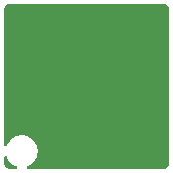
<source format=gbr>
%TF.GenerationSoftware,KiCad,Pcbnew,9.0.6*%
%TF.CreationDate,2025-11-08T15:20:26+00:00*%
%TF.ProjectId,Hall_Sensor_V1,48616c6c-5f53-4656-9e73-6f725f56312e,rev?*%
%TF.SameCoordinates,Original*%
%TF.FileFunction,Copper,L2,Bot*%
%TF.FilePolarity,Positive*%
%FSLAX46Y46*%
G04 Gerber Fmt 4.6, Leading zero omitted, Abs format (unit mm)*
G04 Created by KiCad (PCBNEW 9.0.6) date 2025-11-08 15:20:26*
%MOMM*%
%LPD*%
G01*
G04 APERTURE LIST*
G04 APERTURE END LIST*
%TA.AperFunction,Conductor*%
%TO.N,Earth*%
G36*
X120705703Y-73444513D02*
G01*
X120742431Y-73499908D01*
X120748444Y-73518414D01*
X120844951Y-73707820D01*
X120969890Y-73879786D01*
X121120213Y-74030109D01*
X121292179Y-74155048D01*
X121292181Y-74155049D01*
X121292184Y-74155051D01*
X121481588Y-74251557D01*
X121500092Y-74257569D01*
X121557768Y-74297006D01*
X121584966Y-74361365D01*
X121573051Y-74430211D01*
X121525807Y-74481687D01*
X121461774Y-74499500D01*
X121006962Y-74499500D01*
X120993078Y-74498720D01*
X120980553Y-74497308D01*
X120902735Y-74488540D01*
X120875666Y-74482362D01*
X120796462Y-74454648D01*
X120771444Y-74442600D01*
X120700395Y-74397957D01*
X120678686Y-74380644D01*
X120619355Y-74321313D01*
X120602042Y-74299604D01*
X120598707Y-74294297D01*
X120557398Y-74228553D01*
X120545351Y-74203537D01*
X120528385Y-74155051D01*
X120517636Y-74124331D01*
X120511459Y-74097263D01*
X120501280Y-74006922D01*
X120500500Y-73993038D01*
X120500500Y-73538226D01*
X120520185Y-73471187D01*
X120572989Y-73425432D01*
X120642147Y-73415488D01*
X120705703Y-73444513D01*
G37*
%TD.AperFunction*%
%TA.AperFunction,Conductor*%
G36*
X134006922Y-60501280D02*
G01*
X134097266Y-60511459D01*
X134124331Y-60517636D01*
X134203540Y-60545352D01*
X134228553Y-60557398D01*
X134299606Y-60602043D01*
X134321313Y-60619355D01*
X134380644Y-60678686D01*
X134397957Y-60700395D01*
X134442600Y-60771444D01*
X134454648Y-60796462D01*
X134482362Y-60875666D01*
X134488540Y-60902735D01*
X134498720Y-60993076D01*
X134499500Y-61006961D01*
X134499500Y-73993038D01*
X134498720Y-74006922D01*
X134498720Y-74006923D01*
X134488540Y-74097264D01*
X134482362Y-74124333D01*
X134454648Y-74203537D01*
X134442600Y-74228555D01*
X134397957Y-74299604D01*
X134380644Y-74321313D01*
X134321313Y-74380644D01*
X134299604Y-74397957D01*
X134228555Y-74442600D01*
X134203537Y-74454648D01*
X134124333Y-74482362D01*
X134097264Y-74488540D01*
X134017075Y-74497576D01*
X134006921Y-74498720D01*
X133993038Y-74499500D01*
X122538226Y-74499500D01*
X122471187Y-74479815D01*
X122425432Y-74427011D01*
X122415488Y-74357853D01*
X122444513Y-74294297D01*
X122499906Y-74257569D01*
X122518412Y-74251557D01*
X122707816Y-74155051D01*
X122750096Y-74124333D01*
X122879786Y-74030109D01*
X122879788Y-74030106D01*
X122879792Y-74030104D01*
X123030104Y-73879792D01*
X123030106Y-73879788D01*
X123030109Y-73879786D01*
X123155048Y-73707820D01*
X123155047Y-73707820D01*
X123155051Y-73707816D01*
X123251557Y-73518412D01*
X123317246Y-73316243D01*
X123350500Y-73106287D01*
X123350500Y-72893713D01*
X123317246Y-72683757D01*
X123251557Y-72481588D01*
X123155051Y-72292184D01*
X123155049Y-72292181D01*
X123155048Y-72292179D01*
X123030109Y-72120213D01*
X122879786Y-71969890D01*
X122707820Y-71844951D01*
X122518414Y-71748444D01*
X122518413Y-71748443D01*
X122518412Y-71748443D01*
X122316243Y-71682754D01*
X122316241Y-71682753D01*
X122316240Y-71682753D01*
X122154957Y-71657208D01*
X122106287Y-71649500D01*
X121893713Y-71649500D01*
X121845042Y-71657208D01*
X121683760Y-71682753D01*
X121481585Y-71748444D01*
X121292179Y-71844951D01*
X121120213Y-71969890D01*
X120969890Y-72120213D01*
X120844951Y-72292179D01*
X120748445Y-72481582D01*
X120748443Y-72481587D01*
X120748443Y-72481588D01*
X120742429Y-72500094D01*
X120702992Y-72557768D01*
X120638633Y-72584965D01*
X120569787Y-72573050D01*
X120518312Y-72525805D01*
X120500500Y-72461773D01*
X120500500Y-61006961D01*
X120501280Y-60993077D01*
X120501280Y-60993076D01*
X120511460Y-60902729D01*
X120517635Y-60875670D01*
X120545353Y-60796456D01*
X120557396Y-60771450D01*
X120602046Y-60700389D01*
X120619351Y-60678690D01*
X120678690Y-60619351D01*
X120700389Y-60602046D01*
X120771450Y-60557396D01*
X120796456Y-60545353D01*
X120875670Y-60517635D01*
X120902733Y-60511459D01*
X120965419Y-60504396D01*
X120993079Y-60501280D01*
X121006962Y-60500500D01*
X121065892Y-60500500D01*
X133934108Y-60500500D01*
X133993038Y-60500500D01*
X134006922Y-60501280D01*
G37*
%TD.AperFunction*%
%TD*%
M02*

</source>
